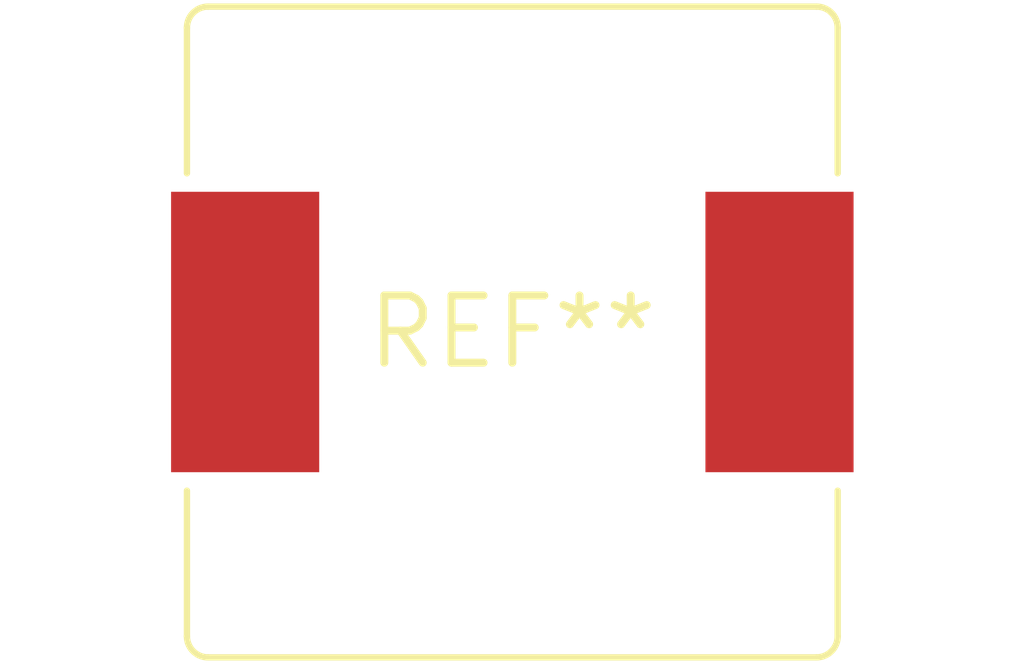
<source format=kicad_pcb>
(kicad_pcb (version 20240108) (generator pcbnew)
  (layers (0 "F.Cu" signal) (31 "B.Cu" signal) (34 "B.Paste" user) (35 "F.Paste" user) (36 "B.SilkS" user "B.Silkscreen") (37 "F.SilkS" user "F.Silkscreen") (38 "B.Mask" user) (39 "F.Mask" user) (44 "Edge.Cuts" user))
  (net 0 "")
  (footprint "L_Bourns_SRR1210A" (layer "F.Cu") (at 0 0)
    (property "Reference" "REF**")
    (property "Value" "L_Bourns_SRR1210A")
    (fp_line (start -6.15 -5.75) (end -6.15 -3) (layer "F.SilkS") (stroke (width 0.12)))
    (fp_line (start -6.15 3) (end -6.15 5.75) (layer "F.SilkS") (stroke (width 0.12)))
    (fp_line (start -5.75 -6.15) (end 5.75 -6.15) (layer "F.SilkS") (stroke (width 0.12)))
    (fp_line (start 5.75 6.15) (end -5.75 6.15) (layer "F.SilkS") (stroke (width 0.12)))
    (fp_line (start 6.15 -5.75) (end 6.15 -3) (layer "F.SilkS") (stroke (width 0.12)))
    (fp_line (start 6.15 3) (end 6.15 5.75) (layer "F.SilkS") (stroke (width 0.12)))
    (fp_arc (start -6.15 -5.75) (mid -6.032843 -6.032843) (end -5.75 -6.15) (layer "F.SilkS") (stroke (width 0.12)))
    (fp_arc (start -5.75 6.15) (mid -6.032843 6.032843) (end -6.15 5.75) (layer "F.SilkS") (stroke (width 0.12)))
    (fp_arc (start 5.75 -6.15) (mid 6.032843 -6.032843) (end 6.15 -5.75) (layer "F.SilkS") (stroke (width 0.12)))
    (fp_arc (start 6.15 5.75) (mid 6.032843 6.032843) (end 5.75 6.15) (layer "F.SilkS") (stroke (width 0.12)))
    (pad "1" smd rect (at -5.05 0) (size 2.8 5.3) (layers "F.Cu" "F.Paste" "F.Mask"))
    (pad "2" smd rect (at 5.05 0) (size 2.8 5.3) (layers "F.Cu" "F.Paste" "F.Mask"))
  )
)
</source>
